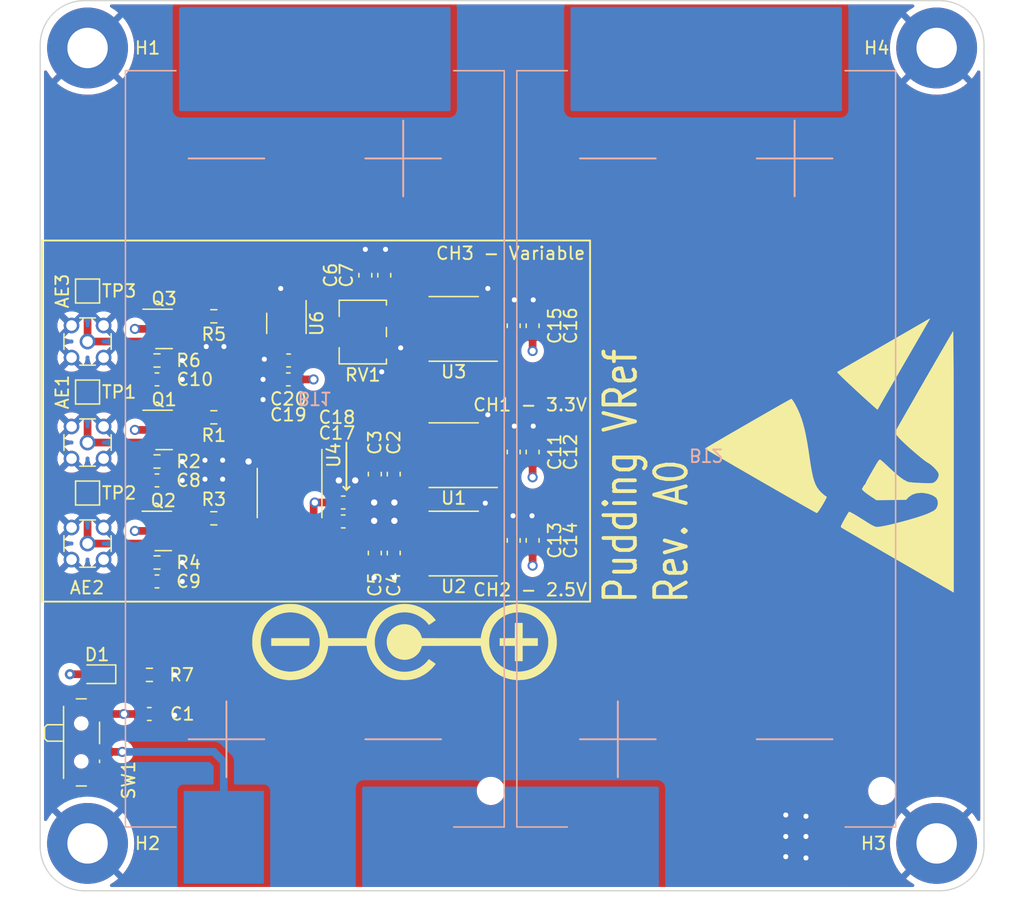
<source format=kicad_pcb>
(kicad_pcb (version 20221018) (generator pcbnew)

  (general
    (thickness 1.60623)
  )

  (paper "A4")
  (title_block
    (title "Pudding VRef")
    (date "2023-03-17")
    (rev "A0")
    (company "Pudding Industries")
  )

  (layers
    (0 "F.Cu" signal)
    (1 "In1.Cu" signal)
    (2 "In2.Cu" signal)
    (31 "B.Cu" signal)
    (32 "B.Adhes" user "B.Adhesive")
    (33 "F.Adhes" user "F.Adhesive")
    (34 "B.Paste" user)
    (35 "F.Paste" user)
    (36 "B.SilkS" user "B.Silkscreen")
    (37 "F.SilkS" user "F.Silkscreen")
    (38 "B.Mask" user)
    (39 "F.Mask" user)
    (40 "Dwgs.User" user "User.Drawings")
    (41 "Cmts.User" user "User.Comments")
    (42 "Eco1.User" user "User.Eco1")
    (43 "Eco2.User" user "User.Eco2")
    (44 "Edge.Cuts" user)
    (45 "Margin" user)
    (46 "B.CrtYd" user "B.Courtyard")
    (47 "F.CrtYd" user "F.Courtyard")
    (48 "B.Fab" user)
    (49 "F.Fab" user)
    (50 "User.1" user)
    (51 "User.2" user)
    (52 "User.3" user)
    (53 "User.4" user)
    (54 "User.5" user)
    (55 "User.6" user)
    (56 "User.7" user)
    (57 "User.8" user)
    (58 "User.9" user)
  )

  (setup
    (stackup
      (layer "F.SilkS" (type "Top Silk Screen") (material "Direct Printing"))
      (layer "F.Paste" (type "Top Solder Paste"))
      (layer "F.Mask" (type "Top Solder Mask") (color "Green") (thickness 0.01) (material "Epoxy") (epsilon_r 3.8) (loss_tangent 0))
      (layer "F.Cu" (type "copper") (thickness 0.035052))
      (layer "dielectric 1" (type "prepreg") (color "FR4 natural") (thickness 0.210312 locked) (material "FR4") (epsilon_r 4.4) (loss_tangent 0.02))
      (layer "In1.Cu" (type "copper") (thickness 0.01524))
      (layer "dielectric 2" (type "core") (color "FR4 natural") (thickness 1.065022 locked) (material "FR4") (epsilon_r 4.48) (loss_tangent 0.02))
      (layer "In2.Cu" (type "copper") (thickness 0.01524))
      (layer "dielectric 3" (type "prepreg") (color "FR4 natural") (thickness 0.210312) (material "FR4") (epsilon_r 4.4) (loss_tangent 0.02))
      (layer "B.Cu" (type "copper") (thickness 0.035052))
      (layer "B.Mask" (type "Bottom Solder Mask") (thickness 0.01))
      (layer "B.Paste" (type "Bottom Solder Paste"))
      (layer "B.SilkS" (type "Bottom Silk Screen"))
      (copper_finish "HAL SnPb")
      (dielectric_constraints yes)
    )
    (pad_to_mask_clearance 0)
    (pcbplotparams
      (layerselection 0x00010fc_ffffffff)
      (plot_on_all_layers_selection 0x0000000_00000000)
      (disableapertmacros false)
      (usegerberextensions false)
      (usegerberattributes true)
      (usegerberadvancedattributes true)
      (creategerberjobfile true)
      (dashed_line_dash_ratio 12.000000)
      (dashed_line_gap_ratio 3.000000)
      (svgprecision 4)
      (plotframeref false)
      (viasonmask false)
      (mode 1)
      (useauxorigin false)
      (hpglpennumber 1)
      (hpglpenspeed 20)
      (hpglpendiameter 15.000000)
      (dxfpolygonmode true)
      (dxfimperialunits true)
      (dxfusepcbnewfont true)
      (psnegative false)
      (psa4output false)
      (plotreference true)
      (plotvalue true)
      (plotinvisibletext false)
      (sketchpadsonfab false)
      (subtractmaskfromsilk false)
      (outputformat 1)
      (mirror false)
      (drillshape 1)
      (scaleselection 1)
      (outputdirectory "")
    )
  )

  (net 0 "")
  (net 1 "+BATT")
  (net 2 "GND")
  (net 3 "Net-(U1-OUT)")
  (net 4 "Net-(U2-OUT)")
  (net 5 "Net-(U3-OUT)")
  (net 6 "Net-(Q1-G)")
  (net 7 "Net-(Q2-G)")
  (net 8 "Net-(Q3-G)")
  (net 9 "Net-(R1-Pad1)")
  (net 10 "Net-(R3-Pad1)")
  (net 11 "Net-(R5-Pad1)")
  (net 12 "Net-(U6-+)")
  (net 13 "Net-(SW1-B)")
  (net 14 "unconnected-(SW1-C-Pad3)")
  (net 15 "unconnected-(U1-NC-Pad1)")
  (net 16 "unconnected-(U1-NC-Pad3)")
  (net 17 "unconnected-(U1-NC-Pad5)")
  (net 18 "unconnected-(U1-NC-Pad7)")
  (net 19 "unconnected-(U1-NC-Pad8)")
  (net 20 "unconnected-(U2-NC-Pad1)")
  (net 21 "unconnected-(U2-NC-Pad3)")
  (net 22 "unconnected-(U2-NC-Pad5)")
  (net 23 "unconnected-(U2-NC-Pad7)")
  (net 24 "unconnected-(U2-NC-Pad8)")
  (net 25 "unconnected-(U3-NC-Pad1)")
  (net 26 "unconnected-(U3-NC-Pad3)")
  (net 27 "unconnected-(U3-NC-Pad5)")
  (net 28 "unconnected-(U3-NC-Pad7)")
  (net 29 "unconnected-(U3-NC-Pad8)")
  (net 30 "Net-(AE1-A)")
  (net 31 "Net-(AE2-A)")
  (net 32 "Net-(AE3-A)")
  (net 33 "Net-(BT1---Pad4)")
  (net 34 "Net-(BT2-+-Pad3)")
  (net 35 "Net-(BT1-+-Pad3)")
  (net 36 "Net-(D1-K)")

  (footprint "Capacitor_SMD:C_0603_1608Metric" (layer "F.Cu") (at 140 88.25 90))

  (footprint "MountingHole:MountingHole_3.2mm_M3_Pad" (layer "F.Cu") (at 118 133.25))

  (footprint "Package_TO_SOT_SMD:SOT-23" (layer "F.Cu") (at 124 108.5))

  (footprint "MountingHole:MountingHole_3.2mm_M3_Pad" (layer "F.Cu") (at 118 70.25))

  (footprint "Resistor_SMD:R_0603_1608Metric" (layer "F.Cu") (at 128 99.5 180))

  (footprint "Capacitor_SMD:C_0603_1608Metric" (layer "F.Cu") (at 122.8875 123))

  (footprint "Package_TO_SOT_SMD:SOT-23" (layer "F.Cu") (at 124.0625 92.5))

  (footprint "Capacitor_SMD:C_0603_1608Metric" (layer "F.Cu") (at 151.75 92.25 90))

  (footprint "Capacitor_SMD:C_0603_1608Metric" (layer "F.Cu") (at 123.5 96.5))

  (footprint "Symbol:Polarity_Center_Positive_6mm_SilkScreen" (layer "F.Cu") (at 143.1 117.3))

  (footprint "MountingHole:MountingHole_3.2mm_M3_Pad" (layer "F.Cu") (at 185.25 70.25))

  (footprint "Resistor_SMD:R_0603_1608Metric" (layer "F.Cu") (at 123.5 95 180))

  (footprint "Connector_Coaxial:MMCX_Molex_73415-1471_Vertical" (layer "F.Cu") (at 118 101.5))

  (footprint "Connector_Coaxial:MMCX_Molex_73415-1471_Vertical" (layer "F.Cu") (at 118 109.5))

  (footprint "Package_SO:SOIC-8_3.9x4.9mm_P1.27mm" (layer "F.Cu") (at 147 102.5 180))

  (footprint "Resistor_SMD:R_0603_1608Metric" (layer "F.Cu") (at 122.9 119.9 180))

  (footprint "MountingHole:MountingHole_3.2mm_M3_Pad" (layer "F.Cu") (at 185.25 133.25))

  (footprint "Capacitor_SMD:C_0603_1608Metric" (layer "F.Cu") (at 138.25 107.75))

  (footprint "Capacitor_SMD:C_0603_1608Metric" (layer "F.Cu") (at 140.75 110.25 -90))

  (footprint "Capacitor_SMD:C_0603_1608Metric" (layer "F.Cu") (at 123.5 112.5))

  (footprint "Capacitor_SMD:C_0603_1608Metric" (layer "F.Cu") (at 133.9 96.5 180))

  (footprint "Capacitor_SMD:C_0603_1608Metric" (layer "F.Cu") (at 133.925 95 180))

  (footprint "Capacitor_SMD:C_0603_1608Metric" (layer "F.Cu") (at 151.75 102.25 90))

  (footprint "Package_TO_SOT_SMD:SOT-23-5" (layer "F.Cu") (at 133.75 92.0625 -90))

  (footprint "LED_SMD:LED_0603_1608Metric" (layer "F.Cu") (at 118.75 119.85 180))

  (footprint "Package_SO:SOIC-8_3.9x4.9mm_P1.27mm" (layer "F.Cu") (at 147 109.5 180))

  (footprint "Capacitor_SMD:C_0603_1608Metric" (layer "F.Cu") (at 153.25 92.25 90))

  (footprint "Button_Switch_SMD:SW_SPDT_PCM12" (layer "F.Cu") (at 117.83 125.25 -90))

  (footprint "Symbol:ESD-Logo_22x20mm_SilkScreen" (layer "F.Cu") (at 176.7 102.5 90))

  (footprint "Resistor_SMD:R_0603_1608Metric" (layer "F.Cu") (at 123.5 111 180))

  (footprint "Capacitor_SMD:C_0603_1608Metric" (layer "F.Cu") (at 151.75 109.25 90))

  (footprint "Capacitor_SMD:C_0603_1608Metric" (layer "F.Cu") (at 123.5 104.5))

  (footprint "TestPoint:TestPoint_Pad_1.5x1.5mm" (layer "F.Cu") (at 118 97.5))

  (footprint "Connector_Coaxial:MMCX_Molex_73415-1471_Vertical" (layer "F.Cu") (at 118 93.5))

  (footprint "Package_TO_SOT_SMD:SOT-23" (layer "F.Cu") (at 124.0625 100.5))

  (footprint "Capacitor_SMD:C_0603_1608Metric" (layer "F.Cu") (at 153.25 102.25 90))

  (footprint "Package_SO:SOIC-8_3.9x4.9mm_P1.27mm" (layer "F.Cu") (at 147 92.5 180))

  (footprint "Resistor_SMD:R_0603_1608Metric" (layer "F.Cu") (at 128 107.5 180))

  (footprint "Resistor_SMD:R_0603_1608Metric" (layer "F.Cu") (at 123.5 103 180))

  (footprint "Capacitor_SMD:C_0603_1608Metric" (layer "F.Cu") (at 142.25 104 -90))

  (footprint "Capacitor_SMD:C_0603_1608Metric" (layer "F.Cu") (at 153.25 109.25 90))

  (footprint "Capacitor_SMD:C_0603_1608Metric" (layer "F.Cu") (at 140.75 104 -90))

  (footprint "Capacitor_SMD:C_0603_1608Metric" (layer "F.Cu") (at 142.25 110.25 -90))

  (footprint "Capacitor_SMD:C_0603_1608Metric" (layer "F.Cu") (at 138.25 106.25))

  (footprint "TestPoint:TestPoint_Pad_1.5x1.5mm" (layer "F.Cu") (at 118 89.5))

  (footprint "Potentiometer_SMD:Potentiometer_Bourns_3224W_Vertical" (layer "F.Cu") (at 139.8 92.75 -90))

  (footprint "Resistor_SMD:R_0603_1608Metric" (layer "F.Cu") (at 128 91.5 180))

  (footprint "Capacitor_SMD:C_0603_1608Metric" (layer "F.Cu") (at 141.5 88.25 90))

  (footprint "TestPoint:TestPoint_Pad_1.5x1.5mm" (layer "F.Cu")
    (tstamp fb0ff94d-776d-40ee-81f2-542c1c665d68)
    (at 118 105.5)
    (descr "SMD rectangular pad as test Point, square 1.5mm side length")
    (tags "test point SMD pad rectangle square")
    (property "Sheetfile" "Pudding_VRef.kicad_sch")
    (property "Sheetname" "")
    (property "ki_description" "test point")
    (property "ki_keywords" "test point tp")
    (path "/98e428a2-5d36-4c2b-b683-83ed7d70a812")
    (attr exclude_from_pos_files)
    (fp_text reference "TP2" (at 2.5 0) (layer "F.SilkS")
        (effects (font (size 1 1) (thickness 0.15)))
      (tstamp 3d662852-3194-43bf-9c12-6f9762c3b555)
    )
    (fp_text value "TestPoint" (at 0 1.75) (layer "F.Fab")
        (effects (font (size 1 1) (thickness 0.15)))
      (tstamp 9b8a96c5-e586-42de-8224-744e67ced0b1)
    )
    (fp_text user "${REFERENCE}" (at 0 -1.65) (layer "F.Fab")
        (effects (font (size 1 1) (thickness 0.15)))
      (tstamp 58cc615c-1fe7-488e-be92-df8dabe20c01)
    )
    (fp_line (start -0.95 -0.95) (end 0.95 -0.95)
      (stroke (width 0.12) (type solid)) (layer "F.SilkS") (tstamp 49468d02-29dc-4b6d-9491-5e0ab59be4d4))
    (fp_line (start -0.95 0.95) (end -0.95 -0.95)
      (stroke (width 0.12) (type solid)) (layer "F.SilkS") (tstamp ed642ebc-4fa2-4150-823a-8703ded70f0e))
    (fp_line (start 0.95 -0.95) (end 0.95 0.95)
      (stroke (width 0.12) (type solid)) (layer "F.SilkS") (tstamp bd082236-d4fc-4339-a8cd-5df532a7c585))
    (fp_line (start 0.95 0.95) (end -0.95 0.95)
      (stroke (width 0.12
... [361583 chars truncated]
</source>
